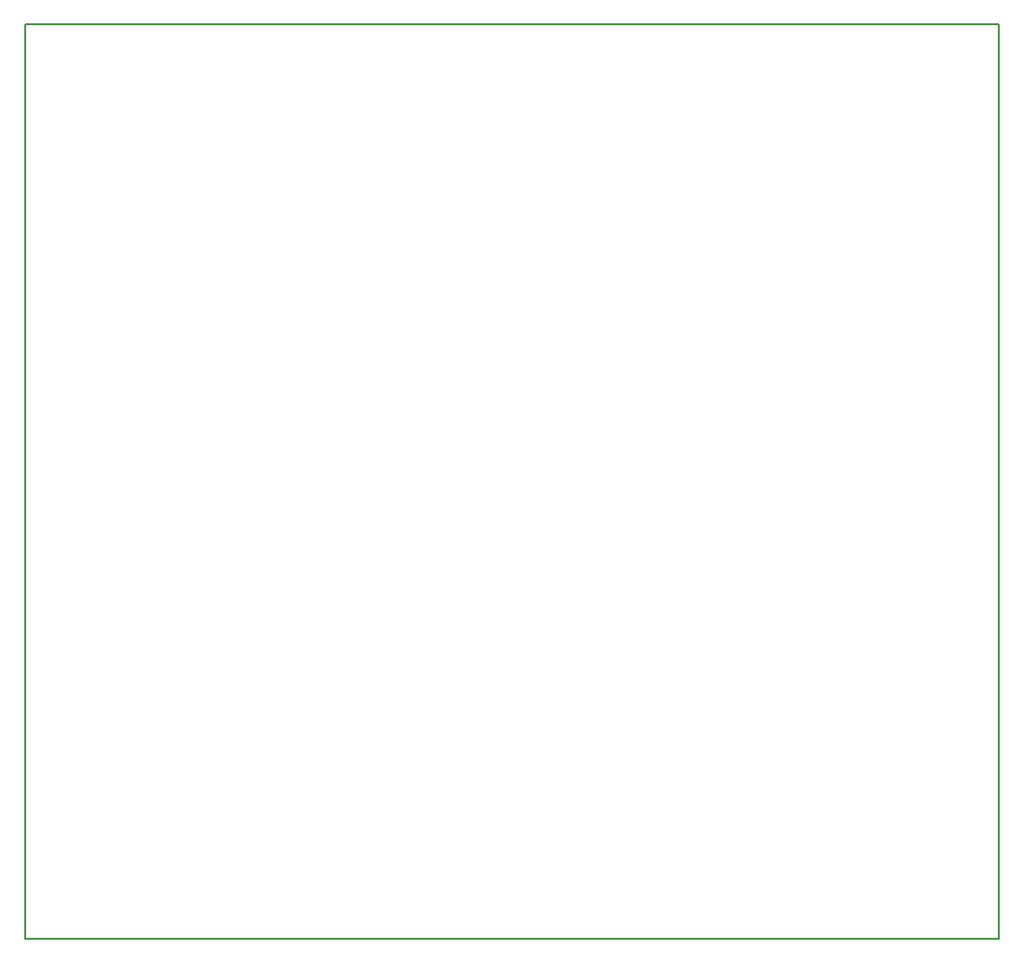
<source format=gbr>
%TF.GenerationSoftware,KiCad,Pcbnew,(5.1.5-0-10_14)*%
%TF.CreationDate,2020-09-13T21:19:20+01:00*%
%TF.ProjectId,PowerSupply,506f7765-7253-4757-9070-6c792e6b6963,rev?*%
%TF.SameCoordinates,Original*%
%TF.FileFunction,Profile,NP*%
%FSLAX46Y46*%
G04 Gerber Fmt 4.6, Leading zero omitted, Abs format (unit mm)*
G04 Created by KiCad (PCBNEW (5.1.5-0-10_14)) date 2020-09-13 21:19:20*
%MOMM*%
%LPD*%
G04 APERTURE LIST*
%ADD10C,0.150000*%
G04 APERTURE END LIST*
D10*
X50000000Y-115000000D02*
X135000000Y-115000000D01*
X50000000Y-35000000D02*
X135000000Y-35000000D01*
X50000000Y-115000000D02*
X50000000Y-35000000D01*
X135000000Y-35000000D02*
X135000000Y-115000000D01*
M02*

</source>
